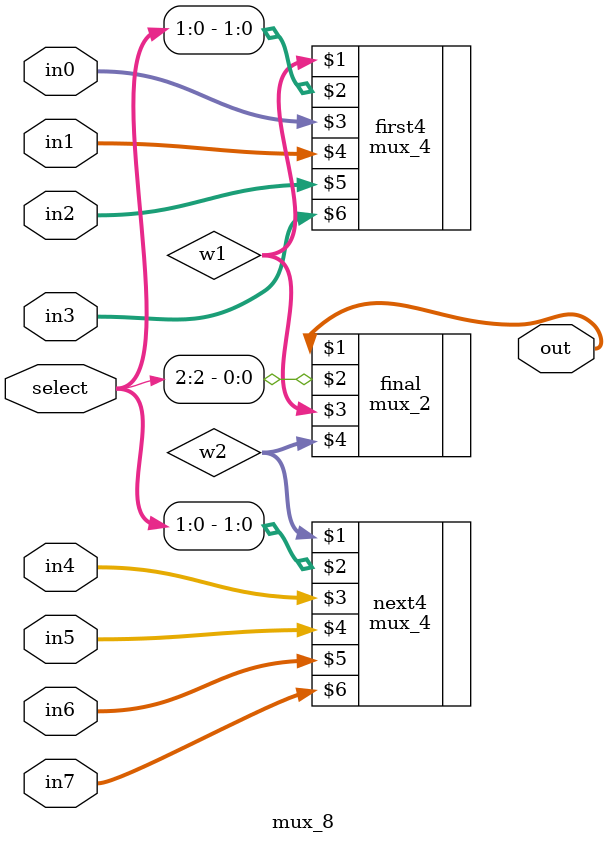
<source format=v>
module mux_8(out, select, in0, in1, in2, in3, in4, in5, in6, in7);
    input [2:0] select;
    input [31:0] in0, in1, in2, in3, in4, in5, in6, in7;
    output [31:0] out;
    wire [31:0] w1, w2;

    mux_4 first4(w1, select[1:0], in0, in1, in2, in3);
    mux_4 next4(w2, select[1:0], in4, in5, in6, in7);
    mux_2 final(out, select[2], w1, w2);
endmodule
</source>
